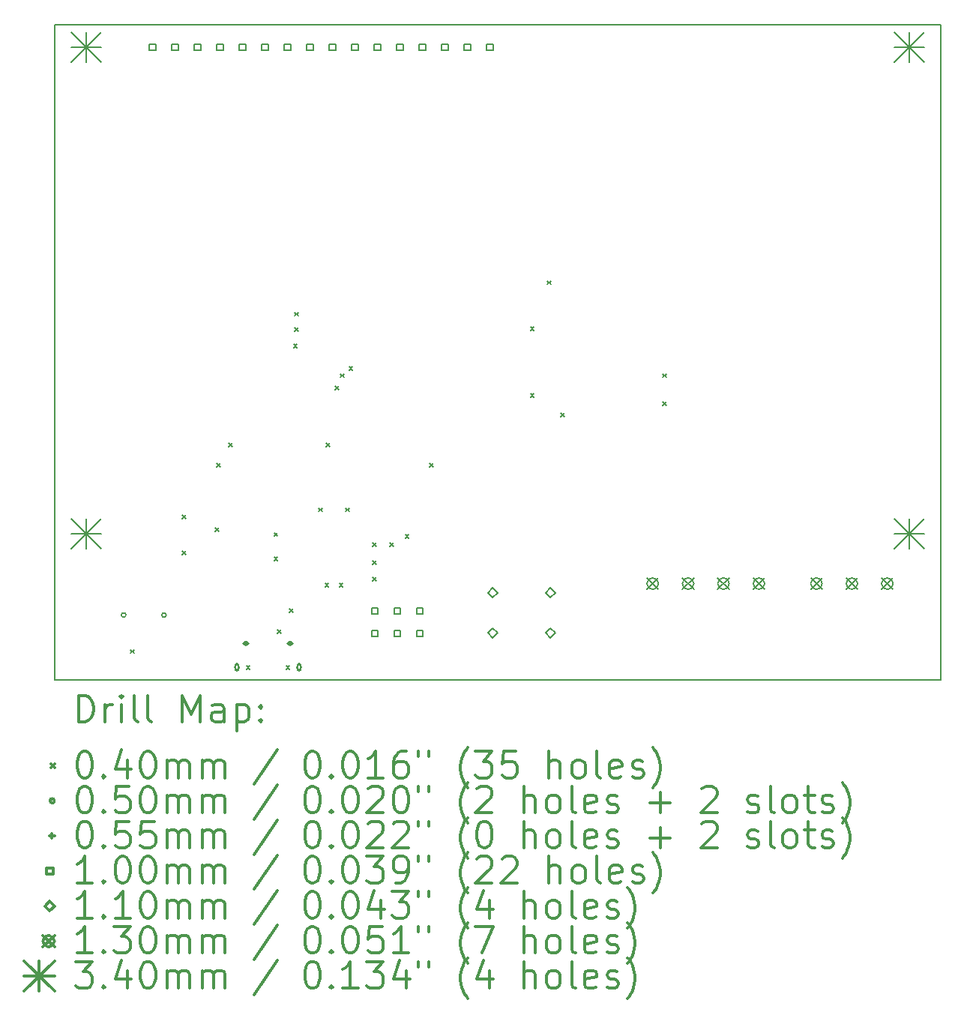
<source format=gbr>
%FSLAX45Y45*%
G04 Gerber Fmt 4.5, Leading zero omitted, Abs format (unit mm)*
G04 Created by KiCad (PCBNEW 4.0.7-e2-6376~58~ubuntu16.04.1) date Wed Jan 10 16:59:52 2018*
%MOMM*%
%LPD*%
G01*
G04 APERTURE LIST*
%ADD10C,0.127000*%
%ADD11C,0.150000*%
%ADD12C,0.200000*%
%ADD13C,0.300000*%
G04 APERTURE END LIST*
D10*
D11*
X7900000Y-8700000D02*
X17900000Y-8700000D01*
X7900000Y-16100000D02*
X7900000Y-8700000D01*
X17900000Y-16100000D02*
X7900000Y-16100000D01*
X17900000Y-8700000D02*
X17900000Y-16100000D01*
D12*
X8750000Y-15755000D02*
X8790000Y-15795000D01*
X8790000Y-15755000D02*
X8750000Y-15795000D01*
X9335000Y-14235000D02*
X9375000Y-14275000D01*
X9375000Y-14235000D02*
X9335000Y-14275000D01*
X9335000Y-14645000D02*
X9375000Y-14685000D01*
X9375000Y-14645000D02*
X9335000Y-14685000D01*
X9710000Y-14380000D02*
X9750000Y-14420000D01*
X9750000Y-14380000D02*
X9710000Y-14420000D01*
X9725000Y-13650000D02*
X9765000Y-13690000D01*
X9765000Y-13650000D02*
X9725000Y-13690000D01*
X9860000Y-13425000D02*
X9900000Y-13465000D01*
X9900000Y-13425000D02*
X9860000Y-13465000D01*
X10060000Y-15935000D02*
X10100000Y-15975000D01*
X10100000Y-15935000D02*
X10060000Y-15975000D01*
X10375000Y-14435000D02*
X10415000Y-14475000D01*
X10415000Y-14435000D02*
X10375000Y-14475000D01*
X10375000Y-14710000D02*
X10415000Y-14750000D01*
X10415000Y-14710000D02*
X10375000Y-14750000D01*
X10415000Y-15530000D02*
X10455000Y-15570000D01*
X10455000Y-15530000D02*
X10415000Y-15570000D01*
X10510000Y-15935000D02*
X10550000Y-15975000D01*
X10550000Y-15935000D02*
X10510000Y-15975000D01*
X10550000Y-15295000D02*
X10590000Y-15335000D01*
X10590000Y-15295000D02*
X10550000Y-15335000D01*
X10595000Y-12305000D02*
X10635000Y-12345000D01*
X10635000Y-12305000D02*
X10595000Y-12345000D01*
X10605000Y-11945000D02*
X10645000Y-11985000D01*
X10645000Y-11945000D02*
X10605000Y-11985000D01*
X10605000Y-12120000D02*
X10645000Y-12160000D01*
X10645000Y-12120000D02*
X10605000Y-12160000D01*
X10880000Y-14155000D02*
X10920000Y-14195000D01*
X10920000Y-14155000D02*
X10880000Y-14195000D01*
X10950000Y-15005000D02*
X10990000Y-15045000D01*
X10990000Y-15005000D02*
X10950000Y-15045000D01*
X10960000Y-13425000D02*
X11000000Y-13465000D01*
X11000000Y-13425000D02*
X10960000Y-13465000D01*
X11065000Y-12780000D02*
X11105000Y-12820000D01*
X11105000Y-12780000D02*
X11065000Y-12820000D01*
X11110000Y-15005000D02*
X11150000Y-15045000D01*
X11150000Y-15005000D02*
X11110000Y-15045000D01*
X11125000Y-12640000D02*
X11165000Y-12680000D01*
X11165000Y-12640000D02*
X11125000Y-12680000D01*
X11180000Y-14155000D02*
X11220000Y-14195000D01*
X11220000Y-14155000D02*
X11180000Y-14195000D01*
X11220000Y-12560000D02*
X11260000Y-12600000D01*
X11260000Y-12560000D02*
X11220000Y-12600000D01*
X11490000Y-14550000D02*
X11530000Y-14590000D01*
X11530000Y-14550000D02*
X11490000Y-14590000D01*
X11490000Y-14750000D02*
X11530000Y-14790000D01*
X11530000Y-14750000D02*
X11490000Y-14790000D01*
X11490000Y-14940000D02*
X11530000Y-14980000D01*
X11530000Y-14940000D02*
X11490000Y-14980000D01*
X11685000Y-14550000D02*
X11725000Y-14590000D01*
X11725000Y-14550000D02*
X11685000Y-14590000D01*
X11855000Y-14455000D02*
X11895000Y-14495000D01*
X11895000Y-14455000D02*
X11855000Y-14495000D01*
X12130000Y-13655000D02*
X12170000Y-13695000D01*
X12170000Y-13655000D02*
X12130000Y-13695000D01*
X13270000Y-12110000D02*
X13310000Y-12150000D01*
X13310000Y-12110000D02*
X13270000Y-12150000D01*
X13270000Y-12865000D02*
X13310000Y-12905000D01*
X13310000Y-12865000D02*
X13270000Y-12905000D01*
X13460000Y-11590000D02*
X13500000Y-11630000D01*
X13500000Y-11590000D02*
X13460000Y-11630000D01*
X13615000Y-13085000D02*
X13655000Y-13125000D01*
X13655000Y-13085000D02*
X13615000Y-13125000D01*
X14765000Y-12640000D02*
X14805000Y-12680000D01*
X14805000Y-12640000D02*
X14765000Y-12680000D01*
X14765000Y-12960000D02*
X14805000Y-13000000D01*
X14805000Y-12960000D02*
X14765000Y-13000000D01*
X8700000Y-15365000D02*
G75*
G03X8700000Y-15365000I-25000J0D01*
G01*
X9155000Y-15365000D02*
G75*
G03X9155000Y-15365000I-25000J0D01*
G01*
X9980000Y-15955000D02*
G75*
G03X9980000Y-15955000I-25000J0D01*
G01*
X9940000Y-15922500D02*
X9940000Y-15987500D01*
X9970000Y-15922500D02*
X9970000Y-15987500D01*
X9940000Y-15987500D02*
G75*
G03X9970000Y-15987500I15000J0D01*
G01*
X9970000Y-15922500D02*
G75*
G03X9940000Y-15922500I-15000J0D01*
G01*
X10680000Y-15955000D02*
G75*
G03X10680000Y-15955000I-25000J0D01*
G01*
X10640000Y-15922500D02*
X10640000Y-15987500D01*
X10670000Y-15922500D02*
X10670000Y-15987500D01*
X10640000Y-15987500D02*
G75*
G03X10670000Y-15987500I15000J0D01*
G01*
X10670000Y-15922500D02*
G75*
G03X10640000Y-15922500I-15000J0D01*
G01*
X10055000Y-15657500D02*
X10055000Y-15712500D01*
X10027500Y-15685000D02*
X10082500Y-15685000D01*
X10040000Y-15702500D02*
X10070000Y-15702500D01*
X10040000Y-15667500D02*
X10070000Y-15667500D01*
X10070000Y-15702500D02*
G75*
G03X10070000Y-15667500I0J17500D01*
G01*
X10040000Y-15667500D02*
G75*
G03X10040000Y-15702500I0J-17500D01*
G01*
X10555000Y-15657500D02*
X10555000Y-15712500D01*
X10527500Y-15685000D02*
X10582500Y-15685000D01*
X10540000Y-15702500D02*
X10570000Y-15702500D01*
X10540000Y-15667500D02*
X10570000Y-15667500D01*
X10570000Y-15702500D02*
G75*
G03X10570000Y-15667500I0J17500D01*
G01*
X10540000Y-15667500D02*
G75*
G03X10540000Y-15702500I0J-17500D01*
G01*
X9035356Y-8989356D02*
X9035356Y-8918644D01*
X8964644Y-8918644D01*
X8964644Y-8989356D01*
X9035356Y-8989356D01*
X9289356Y-8989356D02*
X9289356Y-8918644D01*
X9218644Y-8918644D01*
X9218644Y-8989356D01*
X9289356Y-8989356D01*
X9543356Y-8989356D02*
X9543356Y-8918644D01*
X9472644Y-8918644D01*
X9472644Y-8989356D01*
X9543356Y-8989356D01*
X9797356Y-8989356D02*
X9797356Y-8918644D01*
X9726644Y-8918644D01*
X9726644Y-8989356D01*
X9797356Y-8989356D01*
X10051356Y-8989356D02*
X10051356Y-8918644D01*
X9980644Y-8918644D01*
X9980644Y-8989356D01*
X10051356Y-8989356D01*
X10305356Y-8989356D02*
X10305356Y-8918644D01*
X10234644Y-8918644D01*
X10234644Y-8989356D01*
X10305356Y-8989356D01*
X10559356Y-8989356D02*
X10559356Y-8918644D01*
X10488644Y-8918644D01*
X10488644Y-8989356D01*
X10559356Y-8989356D01*
X10813356Y-8989356D02*
X10813356Y-8918644D01*
X10742644Y-8918644D01*
X10742644Y-8989356D01*
X10813356Y-8989356D01*
X11067356Y-8989356D02*
X11067356Y-8918644D01*
X10996644Y-8918644D01*
X10996644Y-8989356D01*
X11067356Y-8989356D01*
X11321356Y-8989356D02*
X11321356Y-8918644D01*
X11250644Y-8918644D01*
X11250644Y-8989356D01*
X11321356Y-8989356D01*
X11547356Y-15355356D02*
X11547356Y-15284644D01*
X11476644Y-15284644D01*
X11476644Y-15355356D01*
X11547356Y-15355356D01*
X11547356Y-15609356D02*
X11547356Y-15538644D01*
X11476644Y-15538644D01*
X11476644Y-15609356D01*
X11547356Y-15609356D01*
X11575356Y-8989356D02*
X11575356Y-8918644D01*
X11504644Y-8918644D01*
X11504644Y-8989356D01*
X11575356Y-8989356D01*
X11801356Y-15355356D02*
X11801356Y-15284644D01*
X11730644Y-15284644D01*
X11730644Y-15355356D01*
X11801356Y-15355356D01*
X11801356Y-15609356D02*
X11801356Y-15538644D01*
X11730644Y-15538644D01*
X11730644Y-15609356D01*
X11801356Y-15609356D01*
X11829356Y-8989356D02*
X11829356Y-8918644D01*
X11758644Y-8918644D01*
X11758644Y-8989356D01*
X11829356Y-8989356D01*
X12055356Y-15355356D02*
X12055356Y-15284644D01*
X11984644Y-15284644D01*
X11984644Y-15355356D01*
X12055356Y-15355356D01*
X12055356Y-15609356D02*
X12055356Y-15538644D01*
X11984644Y-15538644D01*
X11984644Y-15609356D01*
X12055356Y-15609356D01*
X12083356Y-8989356D02*
X12083356Y-8918644D01*
X12012644Y-8918644D01*
X12012644Y-8989356D01*
X12083356Y-8989356D01*
X12337356Y-8989356D02*
X12337356Y-8918644D01*
X12266644Y-8918644D01*
X12266644Y-8989356D01*
X12337356Y-8989356D01*
X12591356Y-8989356D02*
X12591356Y-8918644D01*
X12520644Y-8918644D01*
X12520644Y-8989356D01*
X12591356Y-8989356D01*
X12845356Y-8989356D02*
X12845356Y-8918644D01*
X12774644Y-8918644D01*
X12774644Y-8989356D01*
X12845356Y-8989356D01*
X12845000Y-15170000D02*
X12900000Y-15115000D01*
X12845000Y-15060000D01*
X12790000Y-15115000D01*
X12845000Y-15170000D01*
X12845000Y-15620000D02*
X12900000Y-15565000D01*
X12845000Y-15510000D01*
X12790000Y-15565000D01*
X12845000Y-15620000D01*
X13495000Y-15170000D02*
X13550000Y-15115000D01*
X13495000Y-15060000D01*
X13440000Y-15115000D01*
X13495000Y-15170000D01*
X13495000Y-15620000D02*
X13550000Y-15565000D01*
X13495000Y-15510000D01*
X13440000Y-15565000D01*
X13495000Y-15620000D01*
X14585000Y-14945000D02*
X14715000Y-15075000D01*
X14715000Y-14945000D02*
X14585000Y-15075000D01*
X14715000Y-15010000D02*
G75*
G03X14715000Y-15010000I-65000J0D01*
G01*
X14985000Y-14945000D02*
X15115000Y-15075000D01*
X15115000Y-14945000D02*
X14985000Y-15075000D01*
X15115000Y-15010000D02*
G75*
G03X15115000Y-15010000I-65000J0D01*
G01*
X15385000Y-14945000D02*
X15515000Y-15075000D01*
X15515000Y-14945000D02*
X15385000Y-15075000D01*
X15515000Y-15010000D02*
G75*
G03X15515000Y-15010000I-65000J0D01*
G01*
X15785000Y-14945000D02*
X15915000Y-15075000D01*
X15915000Y-14945000D02*
X15785000Y-15075000D01*
X15915000Y-15010000D02*
G75*
G03X15915000Y-15010000I-65000J0D01*
G01*
X16435000Y-14945000D02*
X16565000Y-15075000D01*
X16565000Y-14945000D02*
X16435000Y-15075000D01*
X16565000Y-15010000D02*
G75*
G03X16565000Y-15010000I-65000J0D01*
G01*
X16835000Y-14945000D02*
X16965000Y-15075000D01*
X16965000Y-14945000D02*
X16835000Y-15075000D01*
X16965000Y-15010000D02*
G75*
G03X16965000Y-15010000I-65000J0D01*
G01*
X17235000Y-14945000D02*
X17365000Y-15075000D01*
X17365000Y-14945000D02*
X17235000Y-15075000D01*
X17365000Y-15010000D02*
G75*
G03X17365000Y-15010000I-65000J0D01*
G01*
X8080000Y-8780000D02*
X8420000Y-9120000D01*
X8420000Y-8780000D02*
X8080000Y-9120000D01*
X8250000Y-8780000D02*
X8250000Y-9120000D01*
X8080000Y-8950000D02*
X8420000Y-8950000D01*
X8080000Y-14280000D02*
X8420000Y-14620000D01*
X8420000Y-14280000D02*
X8080000Y-14620000D01*
X8250000Y-14280000D02*
X8250000Y-14620000D01*
X8080000Y-14450000D02*
X8420000Y-14450000D01*
X17380000Y-8780000D02*
X17720000Y-9120000D01*
X17720000Y-8780000D02*
X17380000Y-9120000D01*
X17550000Y-8780000D02*
X17550000Y-9120000D01*
X17380000Y-8950000D02*
X17720000Y-8950000D01*
X17380000Y-14280000D02*
X17720000Y-14620000D01*
X17720000Y-14280000D02*
X17380000Y-14620000D01*
X17550000Y-14280000D02*
X17550000Y-14620000D01*
X17380000Y-14450000D02*
X17720000Y-14450000D01*
D13*
X8163928Y-16573214D02*
X8163928Y-16273214D01*
X8235357Y-16273214D01*
X8278214Y-16287500D01*
X8306786Y-16316071D01*
X8321071Y-16344643D01*
X8335357Y-16401786D01*
X8335357Y-16444643D01*
X8321071Y-16501786D01*
X8306786Y-16530357D01*
X8278214Y-16558929D01*
X8235357Y-16573214D01*
X8163928Y-16573214D01*
X8463929Y-16573214D02*
X8463929Y-16373214D01*
X8463929Y-16430357D02*
X8478214Y-16401786D01*
X8492500Y-16387500D01*
X8521071Y-16373214D01*
X8549643Y-16373214D01*
X8649643Y-16573214D02*
X8649643Y-16373214D01*
X8649643Y-16273214D02*
X8635357Y-16287500D01*
X8649643Y-16301786D01*
X8663929Y-16287500D01*
X8649643Y-16273214D01*
X8649643Y-16301786D01*
X8835357Y-16573214D02*
X8806786Y-16558929D01*
X8792500Y-16530357D01*
X8792500Y-16273214D01*
X8992500Y-16573214D02*
X8963929Y-16558929D01*
X8949643Y-16530357D01*
X8949643Y-16273214D01*
X9335357Y-16573214D02*
X9335357Y-16273214D01*
X9435357Y-16487500D01*
X9535357Y-16273214D01*
X9535357Y-16573214D01*
X9806786Y-16573214D02*
X9806786Y-16416071D01*
X9792500Y-16387500D01*
X9763929Y-16373214D01*
X9706786Y-16373214D01*
X9678214Y-16387500D01*
X9806786Y-16558929D02*
X9778214Y-16573214D01*
X9706786Y-16573214D01*
X9678214Y-16558929D01*
X9663929Y-16530357D01*
X9663929Y-16501786D01*
X9678214Y-16473214D01*
X9706786Y-16458929D01*
X9778214Y-16458929D01*
X9806786Y-16444643D01*
X9949643Y-16373214D02*
X9949643Y-16673214D01*
X9949643Y-16387500D02*
X9978214Y-16373214D01*
X10035357Y-16373214D01*
X10063929Y-16387500D01*
X10078214Y-16401786D01*
X10092500Y-16430357D01*
X10092500Y-16516071D01*
X10078214Y-16544643D01*
X10063929Y-16558929D01*
X10035357Y-16573214D01*
X9978214Y-16573214D01*
X9949643Y-16558929D01*
X10221071Y-16544643D02*
X10235357Y-16558929D01*
X10221071Y-16573214D01*
X10206786Y-16558929D01*
X10221071Y-16544643D01*
X10221071Y-16573214D01*
X10221071Y-16387500D02*
X10235357Y-16401786D01*
X10221071Y-16416071D01*
X10206786Y-16401786D01*
X10221071Y-16387500D01*
X10221071Y-16416071D01*
X7852500Y-17047500D02*
X7892500Y-17087500D01*
X7892500Y-17047500D02*
X7852500Y-17087500D01*
X8221071Y-16903214D02*
X8249643Y-16903214D01*
X8278214Y-16917500D01*
X8292500Y-16931786D01*
X8306786Y-16960357D01*
X8321071Y-17017500D01*
X8321071Y-17088929D01*
X8306786Y-17146072D01*
X8292500Y-17174643D01*
X8278214Y-17188929D01*
X8249643Y-17203214D01*
X8221071Y-17203214D01*
X8192500Y-17188929D01*
X8178214Y-17174643D01*
X8163928Y-17146072D01*
X8149643Y-17088929D01*
X8149643Y-17017500D01*
X8163928Y-16960357D01*
X8178214Y-16931786D01*
X8192500Y-16917500D01*
X8221071Y-16903214D01*
X8449643Y-17174643D02*
X8463929Y-17188929D01*
X8449643Y-17203214D01*
X8435357Y-17188929D01*
X8449643Y-17174643D01*
X8449643Y-17203214D01*
X8721071Y-17003214D02*
X8721071Y-17203214D01*
X8649643Y-16888929D02*
X8578214Y-17103214D01*
X8763928Y-17103214D01*
X8935357Y-16903214D02*
X8963929Y-16903214D01*
X8992500Y-16917500D01*
X9006786Y-16931786D01*
X9021071Y-16960357D01*
X9035357Y-17017500D01*
X9035357Y-17088929D01*
X9021071Y-17146072D01*
X9006786Y-17174643D01*
X8992500Y-17188929D01*
X8963929Y-17203214D01*
X8935357Y-17203214D01*
X8906786Y-17188929D01*
X8892500Y-17174643D01*
X8878214Y-17146072D01*
X8863929Y-17088929D01*
X8863929Y-17017500D01*
X8878214Y-16960357D01*
X8892500Y-16931786D01*
X8906786Y-16917500D01*
X8935357Y-16903214D01*
X9163929Y-17203214D02*
X9163929Y-17003214D01*
X9163929Y-17031786D02*
X9178214Y-17017500D01*
X9206786Y-17003214D01*
X9249643Y-17003214D01*
X9278214Y-17017500D01*
X9292500Y-17046072D01*
X9292500Y-17203214D01*
X9292500Y-17046072D02*
X9306786Y-17017500D01*
X9335357Y-17003214D01*
X9378214Y-17003214D01*
X9406786Y-17017500D01*
X9421071Y-17046072D01*
X9421071Y-17203214D01*
X9563929Y-17203214D02*
X9563929Y-17003214D01*
X9563929Y-17031786D02*
X9578214Y-17017500D01*
X9606786Y-17003214D01*
X9649643Y-17003214D01*
X9678214Y-17017500D01*
X9692500Y-17046072D01*
X9692500Y-17203214D01*
X9692500Y-17046072D02*
X9706786Y-17017500D01*
X9735357Y-17003214D01*
X9778214Y-17003214D01*
X9806786Y-17017500D01*
X9821071Y-17046072D01*
X9821071Y-17203214D01*
X10406786Y-16888929D02*
X10149643Y-17274643D01*
X10792500Y-16903214D02*
X10821071Y-16903214D01*
X10849643Y-16917500D01*
X10863928Y-16931786D01*
X10878214Y-16960357D01*
X10892500Y-17017500D01*
X10892500Y-17088929D01*
X10878214Y-17146072D01*
X10863928Y-17174643D01*
X10849643Y-17188929D01*
X10821071Y-17203214D01*
X10792500Y-17203214D01*
X10763928Y-17188929D01*
X10749643Y-17174643D01*
X10735357Y-17146072D01*
X10721071Y-17088929D01*
X10721071Y-17017500D01*
X10735357Y-16960357D01*
X10749643Y-16931786D01*
X10763928Y-16917500D01*
X10792500Y-16903214D01*
X11021071Y-17174643D02*
X11035357Y-17188929D01*
X11021071Y-17203214D01*
X11006786Y-17188929D01*
X11021071Y-17174643D01*
X11021071Y-17203214D01*
X11221071Y-16903214D02*
X11249643Y-16903214D01*
X11278214Y-16917500D01*
X11292500Y-16931786D01*
X11306785Y-16960357D01*
X11321071Y-17017500D01*
X11321071Y-17088929D01*
X11306785Y-17146072D01*
X11292500Y-17174643D01*
X11278214Y-17188929D01*
X11249643Y-17203214D01*
X11221071Y-17203214D01*
X11192500Y-17188929D01*
X11178214Y-17174643D01*
X11163928Y-17146072D01*
X11149643Y-17088929D01*
X11149643Y-17017500D01*
X11163928Y-16960357D01*
X11178214Y-16931786D01*
X11192500Y-16917500D01*
X11221071Y-16903214D01*
X11606785Y-17203214D02*
X11435357Y-17203214D01*
X11521071Y-17203214D02*
X11521071Y-16903214D01*
X11492500Y-16946072D01*
X11463928Y-16974643D01*
X11435357Y-16988929D01*
X11863928Y-16903214D02*
X11806785Y-16903214D01*
X11778214Y-16917500D01*
X11763928Y-16931786D01*
X11735357Y-16974643D01*
X11721071Y-17031786D01*
X11721071Y-17146072D01*
X11735357Y-17174643D01*
X11749643Y-17188929D01*
X11778214Y-17203214D01*
X11835357Y-17203214D01*
X11863928Y-17188929D01*
X11878214Y-17174643D01*
X11892500Y-17146072D01*
X11892500Y-17074643D01*
X11878214Y-17046072D01*
X11863928Y-17031786D01*
X11835357Y-17017500D01*
X11778214Y-17017500D01*
X11749643Y-17031786D01*
X11735357Y-17046072D01*
X11721071Y-17074643D01*
X12006786Y-16903214D02*
X12006786Y-16960357D01*
X12121071Y-16903214D02*
X12121071Y-16960357D01*
X12563928Y-17317500D02*
X12549643Y-17303214D01*
X12521071Y-17260357D01*
X12506785Y-17231786D01*
X12492500Y-17188929D01*
X12478214Y-17117500D01*
X12478214Y-17060357D01*
X12492500Y-16988929D01*
X12506785Y-16946072D01*
X12521071Y-16917500D01*
X12549643Y-16874643D01*
X12563928Y-16860357D01*
X12649643Y-16903214D02*
X12835357Y-16903214D01*
X12735357Y-17017500D01*
X12778214Y-17017500D01*
X12806785Y-17031786D01*
X12821071Y-17046072D01*
X12835357Y-17074643D01*
X12835357Y-17146072D01*
X12821071Y-17174643D01*
X12806785Y-17188929D01*
X12778214Y-17203214D01*
X12692500Y-17203214D01*
X12663928Y-17188929D01*
X12649643Y-17174643D01*
X13106785Y-16903214D02*
X12963928Y-16903214D01*
X12949643Y-17046072D01*
X12963928Y-17031786D01*
X12992500Y-17017500D01*
X13063928Y-17017500D01*
X13092500Y-17031786D01*
X13106785Y-17046072D01*
X13121071Y-17074643D01*
X13121071Y-17146072D01*
X13106785Y-17174643D01*
X13092500Y-17188929D01*
X13063928Y-17203214D01*
X12992500Y-17203214D01*
X12963928Y-17188929D01*
X12949643Y-17174643D01*
X13478214Y-17203214D02*
X13478214Y-16903214D01*
X13606785Y-17203214D02*
X13606785Y-17046072D01*
X13592500Y-17017500D01*
X13563928Y-17003214D01*
X13521071Y-17003214D01*
X13492500Y-17017500D01*
X13478214Y-17031786D01*
X13792500Y-17203214D02*
X13763928Y-17188929D01*
X13749643Y-17174643D01*
X13735357Y-17146072D01*
X13735357Y-17060357D01*
X13749643Y-17031786D01*
X13763928Y-17017500D01*
X13792500Y-17003214D01*
X13835357Y-17003214D01*
X13863928Y-17017500D01*
X13878214Y-17031786D01*
X13892500Y-17060357D01*
X13892500Y-17146072D01*
X13878214Y-17174643D01*
X13863928Y-17188929D01*
X13835357Y-17203214D01*
X13792500Y-17203214D01*
X14063928Y-17203214D02*
X14035357Y-17188929D01*
X14021071Y-17160357D01*
X14021071Y-16903214D01*
X14292500Y-17188929D02*
X14263928Y-17203214D01*
X14206786Y-17203214D01*
X14178214Y-17188929D01*
X14163928Y-17160357D01*
X14163928Y-17046072D01*
X14178214Y-17017500D01*
X14206786Y-17003214D01*
X14263928Y-17003214D01*
X14292500Y-17017500D01*
X14306786Y-17046072D01*
X14306786Y-17074643D01*
X14163928Y-17103214D01*
X14421071Y-17188929D02*
X14449643Y-17203214D01*
X14506786Y-17203214D01*
X14535357Y-17188929D01*
X14549643Y-17160357D01*
X14549643Y-17146072D01*
X14535357Y-17117500D01*
X14506786Y-17103214D01*
X14463928Y-17103214D01*
X14435357Y-17088929D01*
X14421071Y-17060357D01*
X14421071Y-17046072D01*
X14435357Y-17017500D01*
X14463928Y-17003214D01*
X14506786Y-17003214D01*
X14535357Y-17017500D01*
X14649643Y-17317500D02*
X14663928Y-17303214D01*
X14692500Y-17260357D01*
X14706786Y-17231786D01*
X14721071Y-17188929D01*
X14735357Y-17117500D01*
X14735357Y-17060357D01*
X14721071Y-16988929D01*
X14706786Y-16946072D01*
X14692500Y-16917500D01*
X14663928Y-16874643D01*
X14649643Y-16860357D01*
X7892500Y-17463500D02*
G75*
G03X7892500Y-17463500I-25000J0D01*
G01*
X8221071Y-17299214D02*
X8249643Y-17299214D01*
X8278214Y-17313500D01*
X8292500Y-17327786D01*
X8306786Y-17356357D01*
X8321071Y-17413500D01*
X8321071Y-17484929D01*
X8306786Y-17542072D01*
X8292500Y-17570643D01*
X8278214Y-17584929D01*
X8249643Y-17599214D01*
X8221071Y-17599214D01*
X8192500Y-17584929D01*
X8178214Y-17570643D01*
X8163928Y-17542072D01*
X8149643Y-17484929D01*
X8149643Y-17413500D01*
X8163928Y-17356357D01*
X8178214Y-17327786D01*
X8192500Y-17313500D01*
X8221071Y-17299214D01*
X8449643Y-17570643D02*
X8463929Y-17584929D01*
X8449643Y-17599214D01*
X8435357Y-17584929D01*
X8449643Y-17570643D01*
X8449643Y-17599214D01*
X8735357Y-17299214D02*
X8592500Y-17299214D01*
X8578214Y-17442072D01*
X8592500Y-17427786D01*
X8621071Y-17413500D01*
X8692500Y-17413500D01*
X8721071Y-17427786D01*
X8735357Y-17442072D01*
X8749643Y-17470643D01*
X8749643Y-17542072D01*
X8735357Y-17570643D01*
X8721071Y-17584929D01*
X8692500Y-17599214D01*
X8621071Y-17599214D01*
X8592500Y-17584929D01*
X8578214Y-17570643D01*
X8935357Y-17299214D02*
X8963929Y-17299214D01*
X8992500Y-17313500D01*
X9006786Y-17327786D01*
X9021071Y-17356357D01*
X9035357Y-17413500D01*
X9035357Y-17484929D01*
X9021071Y-17542072D01*
X9006786Y-17570643D01*
X8992500Y-17584929D01*
X8963929Y-17599214D01*
X8935357Y-17599214D01*
X8906786Y-17584929D01*
X8892500Y-17570643D01*
X8878214Y-17542072D01*
X8863929Y-17484929D01*
X8863929Y-17413500D01*
X8878214Y-17356357D01*
X8892500Y-17327786D01*
X8906786Y-17313500D01*
X8935357Y-17299214D01*
X9163929Y-17599214D02*
X9163929Y-17399214D01*
X9163929Y-17427786D02*
X9178214Y-17413500D01*
X9206786Y-17399214D01*
X9249643Y-17399214D01*
X9278214Y-17413500D01*
X9292500Y-17442072D01*
X9292500Y-17599214D01*
X9292500Y-17442072D02*
X9306786Y-17413500D01*
X9335357Y-17399214D01*
X9378214Y-17399214D01*
X9406786Y-17413500D01*
X9421071Y-17442072D01*
X9421071Y-17599214D01*
X9563929Y-17599214D02*
X9563929Y-17399214D01*
X9563929Y-17427786D02*
X9578214Y-17413500D01*
X9606786Y-17399214D01*
X9649643Y-17399214D01*
X9678214Y-17413500D01*
X9692500Y-17442072D01*
X9692500Y-17599214D01*
X9692500Y-17442072D02*
X9706786Y-17413500D01*
X9735357Y-17399214D01*
X9778214Y-17399214D01*
X9806786Y-17413500D01*
X9821071Y-17442072D01*
X9821071Y-17599214D01*
X10406786Y-17284929D02*
X10149643Y-17670643D01*
X10792500Y-17299214D02*
X10821071Y-17299214D01*
X10849643Y-17313500D01*
X10863928Y-17327786D01*
X10878214Y-17356357D01*
X10892500Y-17413500D01*
X10892500Y-17484929D01*
X10878214Y-17542072D01*
X10863928Y-17570643D01*
X10849643Y-17584929D01*
X10821071Y-17599214D01*
X10792500Y-17599214D01*
X10763928Y-17584929D01*
X10749643Y-17570643D01*
X10735357Y-17542072D01*
X10721071Y-17484929D01*
X10721071Y-17413500D01*
X10735357Y-17356357D01*
X10749643Y-17327786D01*
X10763928Y-17313500D01*
X10792500Y-17299214D01*
X11021071Y-17570643D02*
X11035357Y-17584929D01*
X11021071Y-17599214D01*
X11006786Y-17584929D01*
X11021071Y-17570643D01*
X11021071Y-17599214D01*
X11221071Y-17299214D02*
X11249643Y-17299214D01*
X11278214Y-17313500D01*
X11292500Y-17327786D01*
X11306785Y-17356357D01*
X11321071Y-17413500D01*
X11321071Y-17484929D01*
X11306785Y-17542072D01*
X11292500Y-17570643D01*
X11278214Y-17584929D01*
X11249643Y-17599214D01*
X11221071Y-17599214D01*
X11192500Y-17584929D01*
X11178214Y-17570643D01*
X11163928Y-17542072D01*
X11149643Y-17484929D01*
X11149643Y-17413500D01*
X11163928Y-17356357D01*
X11178214Y-17327786D01*
X11192500Y-17313500D01*
X11221071Y-17299214D01*
X11435357Y-17327786D02*
X11449643Y-17313500D01*
X11478214Y-17299214D01*
X11549643Y-17299214D01*
X11578214Y-17313500D01*
X11592500Y-17327786D01*
X11606785Y-17356357D01*
X11606785Y-17384929D01*
X11592500Y-17427786D01*
X11421071Y-17599214D01*
X11606785Y-17599214D01*
X11792500Y-17299214D02*
X11821071Y-17299214D01*
X11849643Y-17313500D01*
X11863928Y-17327786D01*
X11878214Y-17356357D01*
X11892500Y-17413500D01*
X11892500Y-17484929D01*
X11878214Y-17542072D01*
X11863928Y-17570643D01*
X11849643Y-17584929D01*
X11821071Y-17599214D01*
X11792500Y-17599214D01*
X11763928Y-17584929D01*
X11749643Y-17570643D01*
X11735357Y-17542072D01*
X11721071Y-17484929D01*
X11721071Y-17413500D01*
X11735357Y-17356357D01*
X11749643Y-17327786D01*
X11763928Y-17313500D01*
X11792500Y-17299214D01*
X12006786Y-17299214D02*
X12006786Y-17356357D01*
X12121071Y-17299214D02*
X12121071Y-17356357D01*
X12563928Y-17713500D02*
X12549643Y-17699214D01*
X12521071Y-17656357D01*
X12506785Y-17627786D01*
X12492500Y-17584929D01*
X12478214Y-17513500D01*
X12478214Y-17456357D01*
X12492500Y-17384929D01*
X12506785Y-17342072D01*
X12521071Y-17313500D01*
X12549643Y-17270643D01*
X12563928Y-17256357D01*
X12663928Y-17327786D02*
X12678214Y-17313500D01*
X12706785Y-17299214D01*
X12778214Y-17299214D01*
X12806785Y-17313500D01*
X12821071Y-17327786D01*
X12835357Y-17356357D01*
X12835357Y-17384929D01*
X12821071Y-17427786D01*
X12649643Y-17599214D01*
X12835357Y-17599214D01*
X13192500Y-17599214D02*
X13192500Y-17299214D01*
X13321071Y-17599214D02*
X13321071Y-17442072D01*
X13306785Y-17413500D01*
X13278214Y-17399214D01*
X13235357Y-17399214D01*
X13206785Y-17413500D01*
X13192500Y-17427786D01*
X13506785Y-17599214D02*
X13478214Y-17584929D01*
X13463928Y-17570643D01*
X13449643Y-17542072D01*
X13449643Y-17456357D01*
X13463928Y-17427786D01*
X13478214Y-17413500D01*
X13506785Y-17399214D01*
X13549643Y-17399214D01*
X13578214Y-17413500D01*
X13592500Y-17427786D01*
X13606785Y-17456357D01*
X13606785Y-17542072D01*
X13592500Y-17570643D01*
X13578214Y-17584929D01*
X13549643Y-17599214D01*
X13506785Y-17599214D01*
X13778214Y-17599214D02*
X13749643Y-17584929D01*
X13735357Y-17556357D01*
X13735357Y-17299214D01*
X14006786Y-17584929D02*
X13978214Y-17599214D01*
X13921071Y-17599214D01*
X13892500Y-17584929D01*
X13878214Y-17556357D01*
X13878214Y-17442072D01*
X13892500Y-17413500D01*
X13921071Y-17399214D01*
X13978214Y-17399214D01*
X14006786Y-17413500D01*
X14021071Y-17442072D01*
X14021071Y-17470643D01*
X13878214Y-17499214D01*
X14135357Y-17584929D02*
X14163928Y-17599214D01*
X14221071Y-17599214D01*
X14249643Y-17584929D01*
X14263928Y-17556357D01*
X14263928Y-17542072D01*
X14249643Y-17513500D01*
X14221071Y-17499214D01*
X14178214Y-17499214D01*
X14149643Y-17484929D01*
X14135357Y-17456357D01*
X14135357Y-17442072D01*
X14149643Y-17413500D01*
X14178214Y-17399214D01*
X14221071Y-17399214D01*
X14249643Y-17413500D01*
X14621071Y-17484929D02*
X14849643Y-17484929D01*
X14735357Y-17599214D02*
X14735357Y-17370643D01*
X15206786Y-17327786D02*
X15221071Y-17313500D01*
X15249643Y-17299214D01*
X15321071Y-17299214D01*
X15349643Y-17313500D01*
X15363928Y-17327786D01*
X15378214Y-17356357D01*
X15378214Y-17384929D01*
X15363928Y-17427786D01*
X15192500Y-17599214D01*
X15378214Y-17599214D01*
X15721071Y-17584929D02*
X15749643Y-17599214D01*
X15806785Y-17599214D01*
X15835357Y-17584929D01*
X15849643Y-17556357D01*
X15849643Y-17542072D01*
X15835357Y-17513500D01*
X15806785Y-17499214D01*
X15763928Y-17499214D01*
X15735357Y-17484929D01*
X15721071Y-17456357D01*
X15721071Y-17442072D01*
X15735357Y-17413500D01*
X15763928Y-17399214D01*
X15806785Y-17399214D01*
X15835357Y-17413500D01*
X16021071Y-17599214D02*
X15992500Y-17584929D01*
X15978214Y-17556357D01*
X15978214Y-17299214D01*
X16178214Y-17599214D02*
X16149643Y-17584929D01*
X16135357Y-17570643D01*
X16121071Y-17542072D01*
X16121071Y-17456357D01*
X16135357Y-17427786D01*
X16149643Y-17413500D01*
X16178214Y-17399214D01*
X16221071Y-17399214D01*
X16249643Y-17413500D01*
X16263928Y-17427786D01*
X16278214Y-17456357D01*
X16278214Y-17542072D01*
X16263928Y-17570643D01*
X16249643Y-17584929D01*
X16221071Y-17599214D01*
X16178214Y-17599214D01*
X16363928Y-17399214D02*
X16478214Y-17399214D01*
X16406786Y-17299214D02*
X16406786Y-17556357D01*
X16421071Y-17584929D01*
X16449643Y-17599214D01*
X16478214Y-17599214D01*
X16563928Y-17584929D02*
X16592500Y-17599214D01*
X16649643Y-17599214D01*
X16678214Y-17584929D01*
X16692500Y-17556357D01*
X16692500Y-17542072D01*
X16678214Y-17513500D01*
X16649643Y-17499214D01*
X16606786Y-17499214D01*
X16578214Y-17484929D01*
X16563928Y-17456357D01*
X16563928Y-17442072D01*
X16578214Y-17413500D01*
X16606786Y-17399214D01*
X16649643Y-17399214D01*
X16678214Y-17413500D01*
X16792500Y-17713500D02*
X16806786Y-17699214D01*
X16835357Y-17656357D01*
X16849643Y-17627786D01*
X16863928Y-17584929D01*
X16878214Y-17513500D01*
X16878214Y-17456357D01*
X16863928Y-17384929D01*
X16849643Y-17342072D01*
X16835357Y-17313500D01*
X16806786Y-17270643D01*
X16792500Y-17256357D01*
X7865000Y-17832000D02*
X7865000Y-17887000D01*
X7837500Y-17859500D02*
X7892500Y-17859500D01*
X8221071Y-17695214D02*
X8249643Y-17695214D01*
X8278214Y-17709500D01*
X8292500Y-17723786D01*
X8306786Y-17752357D01*
X8321071Y-17809500D01*
X8321071Y-17880929D01*
X8306786Y-17938072D01*
X8292500Y-17966643D01*
X8278214Y-17980929D01*
X8249643Y-17995214D01*
X8221071Y-17995214D01*
X8192500Y-17980929D01*
X8178214Y-17966643D01*
X8163928Y-17938072D01*
X8149643Y-17880929D01*
X8149643Y-17809500D01*
X8163928Y-17752357D01*
X8178214Y-17723786D01*
X8192500Y-17709500D01*
X8221071Y-17695214D01*
X8449643Y-17966643D02*
X8463929Y-17980929D01*
X8449643Y-17995214D01*
X8435357Y-17980929D01*
X8449643Y-17966643D01*
X8449643Y-17995214D01*
X8735357Y-17695214D02*
X8592500Y-17695214D01*
X8578214Y-17838072D01*
X8592500Y-17823786D01*
X8621071Y-17809500D01*
X8692500Y-17809500D01*
X8721071Y-17823786D01*
X8735357Y-17838072D01*
X8749643Y-17866643D01*
X8749643Y-17938072D01*
X8735357Y-17966643D01*
X8721071Y-17980929D01*
X8692500Y-17995214D01*
X8621071Y-17995214D01*
X8592500Y-17980929D01*
X8578214Y-17966643D01*
X9021071Y-17695214D02*
X8878214Y-17695214D01*
X8863929Y-17838072D01*
X8878214Y-17823786D01*
X8906786Y-17809500D01*
X8978214Y-17809500D01*
X9006786Y-17823786D01*
X9021071Y-17838072D01*
X9035357Y-17866643D01*
X9035357Y-17938072D01*
X9021071Y-17966643D01*
X9006786Y-17980929D01*
X8978214Y-17995214D01*
X8906786Y-17995214D01*
X8878214Y-17980929D01*
X8863929Y-17966643D01*
X9163929Y-17995214D02*
X9163929Y-17795214D01*
X9163929Y-17823786D02*
X9178214Y-17809500D01*
X9206786Y-17795214D01*
X9249643Y-17795214D01*
X9278214Y-17809500D01*
X9292500Y-17838072D01*
X9292500Y-17995214D01*
X9292500Y-17838072D02*
X9306786Y-17809500D01*
X9335357Y-17795214D01*
X9378214Y-17795214D01*
X9406786Y-17809500D01*
X9421071Y-17838072D01*
X9421071Y-17995214D01*
X9563929Y-17995214D02*
X9563929Y-17795214D01*
X9563929Y-17823786D02*
X9578214Y-17809500D01*
X9606786Y-17795214D01*
X9649643Y-17795214D01*
X9678214Y-17809500D01*
X9692500Y-17838072D01*
X9692500Y-17995214D01*
X9692500Y-17838072D02*
X9706786Y-17809500D01*
X9735357Y-17795214D01*
X9778214Y-17795214D01*
X9806786Y-17809500D01*
X9821071Y-17838072D01*
X9821071Y-17995214D01*
X10406786Y-17680929D02*
X10149643Y-18066643D01*
X10792500Y-17695214D02*
X10821071Y-17695214D01*
X10849643Y-17709500D01*
X10863928Y-17723786D01*
X10878214Y-17752357D01*
X10892500Y-17809500D01*
X10892500Y-17880929D01*
X10878214Y-17938072D01*
X10863928Y-17966643D01*
X10849643Y-17980929D01*
X10821071Y-17995214D01*
X10792500Y-17995214D01*
X10763928Y-17980929D01*
X10749643Y-17966643D01*
X10735357Y-17938072D01*
X10721071Y-17880929D01*
X10721071Y-17809500D01*
X10735357Y-17752357D01*
X10749643Y-17723786D01*
X10763928Y-17709500D01*
X10792500Y-17695214D01*
X11021071Y-17966643D02*
X11035357Y-17980929D01*
X11021071Y-17995214D01*
X11006786Y-17980929D01*
X11021071Y-17966643D01*
X11021071Y-17995214D01*
X11221071Y-17695214D02*
X11249643Y-17695214D01*
X11278214Y-17709500D01*
X11292500Y-17723786D01*
X11306785Y-17752357D01*
X11321071Y-17809500D01*
X11321071Y-17880929D01*
X11306785Y-17938072D01*
X11292500Y-17966643D01*
X11278214Y-17980929D01*
X11249643Y-17995214D01*
X11221071Y-17995214D01*
X11192500Y-17980929D01*
X11178214Y-17966643D01*
X11163928Y-17938072D01*
X11149643Y-17880929D01*
X11149643Y-17809500D01*
X11163928Y-17752357D01*
X11178214Y-17723786D01*
X11192500Y-17709500D01*
X11221071Y-17695214D01*
X11435357Y-17723786D02*
X11449643Y-17709500D01*
X11478214Y-17695214D01*
X11549643Y-17695214D01*
X11578214Y-17709500D01*
X11592500Y-17723786D01*
X11606785Y-17752357D01*
X11606785Y-17780929D01*
X11592500Y-17823786D01*
X11421071Y-17995214D01*
X11606785Y-17995214D01*
X11721071Y-17723786D02*
X11735357Y-17709500D01*
X11763928Y-17695214D01*
X11835357Y-17695214D01*
X11863928Y-17709500D01*
X11878214Y-17723786D01*
X11892500Y-17752357D01*
X11892500Y-17780929D01*
X11878214Y-17823786D01*
X11706785Y-17995214D01*
X11892500Y-17995214D01*
X12006786Y-17695214D02*
X12006786Y-17752357D01*
X12121071Y-17695214D02*
X12121071Y-17752357D01*
X12563928Y-18109500D02*
X12549643Y-18095214D01*
X12521071Y-18052357D01*
X12506785Y-18023786D01*
X12492500Y-17980929D01*
X12478214Y-17909500D01*
X12478214Y-17852357D01*
X12492500Y-17780929D01*
X12506785Y-17738072D01*
X12521071Y-17709500D01*
X12549643Y-17666643D01*
X12563928Y-17652357D01*
X12735357Y-17695214D02*
X12763928Y-17695214D01*
X12792500Y-17709500D01*
X12806785Y-17723786D01*
X12821071Y-17752357D01*
X12835357Y-17809500D01*
X12835357Y-17880929D01*
X12821071Y-17938072D01*
X12806785Y-17966643D01*
X12792500Y-17980929D01*
X12763928Y-17995214D01*
X12735357Y-17995214D01*
X12706785Y-17980929D01*
X12692500Y-17966643D01*
X12678214Y-17938072D01*
X12663928Y-17880929D01*
X12663928Y-17809500D01*
X12678214Y-17752357D01*
X12692500Y-17723786D01*
X12706785Y-17709500D01*
X12735357Y-17695214D01*
X13192500Y-17995214D02*
X13192500Y-17695214D01*
X13321071Y-17995214D02*
X13321071Y-17838072D01*
X13306785Y-17809500D01*
X13278214Y-17795214D01*
X13235357Y-17795214D01*
X13206785Y-17809500D01*
X13192500Y-17823786D01*
X13506785Y-17995214D02*
X13478214Y-17980929D01*
X13463928Y-17966643D01*
X13449643Y-17938072D01*
X13449643Y-17852357D01*
X13463928Y-17823786D01*
X13478214Y-17809500D01*
X13506785Y-17795214D01*
X13549643Y-17795214D01*
X13578214Y-17809500D01*
X13592500Y-17823786D01*
X13606785Y-17852357D01*
X13606785Y-17938072D01*
X13592500Y-17966643D01*
X13578214Y-17980929D01*
X13549643Y-17995214D01*
X13506785Y-17995214D01*
X13778214Y-17995214D02*
X13749643Y-17980929D01*
X13735357Y-17952357D01*
X13735357Y-17695214D01*
X14006786Y-17980929D02*
X13978214Y-17995214D01*
X13921071Y-17995214D01*
X13892500Y-17980929D01*
X13878214Y-17952357D01*
X13878214Y-17838072D01*
X13892500Y-17809500D01*
X13921071Y-17795214D01*
X13978214Y-17795214D01*
X14006786Y-17809500D01*
X14021071Y-17838072D01*
X14021071Y-17866643D01*
X13878214Y-17895214D01*
X14135357Y-17980929D02*
X14163928Y-17995214D01*
X14221071Y-17995214D01*
X14249643Y-17980929D01*
X14263928Y-17952357D01*
X14263928Y-17938072D01*
X14249643Y-17909500D01*
X14221071Y-17895214D01*
X14178214Y-17895214D01*
X14149643Y-17880929D01*
X14135357Y-17852357D01*
X14135357Y-17838072D01*
X14149643Y-17809500D01*
X14178214Y-17795214D01*
X14221071Y-17795214D01*
X14249643Y-17809500D01*
X14621071Y-17880929D02*
X14849643Y-17880929D01*
X14735357Y-17995214D02*
X14735357Y-17766643D01*
X15206786Y-17723786D02*
X15221071Y-17709500D01*
X15249643Y-17695214D01*
X15321071Y-17695214D01*
X15349643Y-17709500D01*
X15363928Y-17723786D01*
X15378214Y-17752357D01*
X15378214Y-17780929D01*
X15363928Y-17823786D01*
X15192500Y-17995214D01*
X15378214Y-17995214D01*
X15721071Y-17980929D02*
X15749643Y-17995214D01*
X15806785Y-17995214D01*
X15835357Y-17980929D01*
X15849643Y-17952357D01*
X15849643Y-17938072D01*
X15835357Y-17909500D01*
X15806785Y-17895214D01*
X15763928Y-17895214D01*
X15735357Y-17880929D01*
X15721071Y-17852357D01*
X15721071Y-17838072D01*
X15735357Y-17809500D01*
X15763928Y-17795214D01*
X15806785Y-17795214D01*
X15835357Y-17809500D01*
X16021071Y-17995214D02*
X15992500Y-17980929D01*
X15978214Y-17952357D01*
X15978214Y-17695214D01*
X16178214Y-17995214D02*
X16149643Y-17980929D01*
X16135357Y-17966643D01*
X16121071Y-17938072D01*
X16121071Y-17852357D01*
X16135357Y-17823786D01*
X16149643Y-17809500D01*
X16178214Y-17795214D01*
X16221071Y-17795214D01*
X16249643Y-17809500D01*
X16263928Y-17823786D01*
X16278214Y-17852357D01*
X16278214Y-17938072D01*
X16263928Y-17966643D01*
X16249643Y-17980929D01*
X16221071Y-17995214D01*
X16178214Y-17995214D01*
X16363928Y-17795214D02*
X16478214Y-17795214D01*
X16406786Y-17695214D02*
X16406786Y-17952357D01*
X16421071Y-17980929D01*
X16449643Y-17995214D01*
X16478214Y-17995214D01*
X16563928Y-17980929D02*
X16592500Y-17995214D01*
X16649643Y-17995214D01*
X16678214Y-17980929D01*
X16692500Y-17952357D01*
X16692500Y-17938072D01*
X16678214Y-17909500D01*
X16649643Y-17895214D01*
X16606786Y-17895214D01*
X16578214Y-17880929D01*
X16563928Y-17852357D01*
X16563928Y-17838072D01*
X16578214Y-17809500D01*
X16606786Y-17795214D01*
X16649643Y-17795214D01*
X16678214Y-17809500D01*
X16792500Y-18109500D02*
X16806786Y-18095214D01*
X16835357Y-18052357D01*
X16849643Y-18023786D01*
X16863928Y-17980929D01*
X16878214Y-17909500D01*
X16878214Y-17852357D01*
X16863928Y-17780929D01*
X16849643Y-17738072D01*
X16835357Y-17709500D01*
X16806786Y-17666643D01*
X16792500Y-17652357D01*
X7877856Y-18290856D02*
X7877856Y-18220144D01*
X7807144Y-18220144D01*
X7807144Y-18290856D01*
X7877856Y-18290856D01*
X8321071Y-18391214D02*
X8149643Y-18391214D01*
X8235357Y-18391214D02*
X8235357Y-18091214D01*
X8206786Y-18134072D01*
X8178214Y-18162643D01*
X8149643Y-18176929D01*
X8449643Y-18362643D02*
X8463929Y-18376929D01*
X8449643Y-18391214D01*
X8435357Y-18376929D01*
X8449643Y-18362643D01*
X8449643Y-18391214D01*
X8649643Y-18091214D02*
X8678214Y-18091214D01*
X8706786Y-18105500D01*
X8721071Y-18119786D01*
X8735357Y-18148357D01*
X8749643Y-18205500D01*
X8749643Y-18276929D01*
X8735357Y-18334072D01*
X8721071Y-18362643D01*
X8706786Y-18376929D01*
X8678214Y-18391214D01*
X8649643Y-18391214D01*
X8621071Y-18376929D01*
X8606786Y-18362643D01*
X8592500Y-18334072D01*
X8578214Y-18276929D01*
X8578214Y-18205500D01*
X8592500Y-18148357D01*
X8606786Y-18119786D01*
X8621071Y-18105500D01*
X8649643Y-18091214D01*
X8935357Y-18091214D02*
X8963929Y-18091214D01*
X8992500Y-18105500D01*
X9006786Y-18119786D01*
X9021071Y-18148357D01*
X9035357Y-18205500D01*
X9035357Y-18276929D01*
X9021071Y-18334072D01*
X9006786Y-18362643D01*
X8992500Y-18376929D01*
X8963929Y-18391214D01*
X8935357Y-18391214D01*
X8906786Y-18376929D01*
X8892500Y-18362643D01*
X8878214Y-18334072D01*
X8863929Y-18276929D01*
X8863929Y-18205500D01*
X8878214Y-18148357D01*
X8892500Y-18119786D01*
X8906786Y-18105500D01*
X8935357Y-18091214D01*
X9163929Y-18391214D02*
X9163929Y-18191214D01*
X9163929Y-18219786D02*
X9178214Y-18205500D01*
X9206786Y-18191214D01*
X9249643Y-18191214D01*
X9278214Y-18205500D01*
X9292500Y-18234072D01*
X9292500Y-18391214D01*
X9292500Y-18234072D02*
X9306786Y-18205500D01*
X9335357Y-18191214D01*
X9378214Y-18191214D01*
X9406786Y-18205500D01*
X9421071Y-18234072D01*
X9421071Y-18391214D01*
X9563929Y-18391214D02*
X9563929Y-18191214D01*
X9563929Y-18219786D02*
X9578214Y-18205500D01*
X9606786Y-18191214D01*
X9649643Y-18191214D01*
X9678214Y-18205500D01*
X9692500Y-18234072D01*
X9692500Y-18391214D01*
X9692500Y-18234072D02*
X9706786Y-18205500D01*
X9735357Y-18191214D01*
X9778214Y-18191214D01*
X9806786Y-18205500D01*
X9821071Y-18234072D01*
X9821071Y-18391214D01*
X10406786Y-18076929D02*
X10149643Y-18462643D01*
X10792500Y-18091214D02*
X10821071Y-18091214D01*
X10849643Y-18105500D01*
X10863928Y-18119786D01*
X10878214Y-18148357D01*
X10892500Y-18205500D01*
X10892500Y-18276929D01*
X10878214Y-18334072D01*
X10863928Y-18362643D01*
X10849643Y-18376929D01*
X10821071Y-18391214D01*
X10792500Y-18391214D01*
X10763928Y-18376929D01*
X10749643Y-18362643D01*
X10735357Y-18334072D01*
X10721071Y-18276929D01*
X10721071Y-18205500D01*
X10735357Y-18148357D01*
X10749643Y-18119786D01*
X10763928Y-18105500D01*
X10792500Y-18091214D01*
X11021071Y-18362643D02*
X11035357Y-18376929D01*
X11021071Y-18391214D01*
X11006786Y-18376929D01*
X11021071Y-18362643D01*
X11021071Y-18391214D01*
X11221071Y-18091214D02*
X11249643Y-18091214D01*
X11278214Y-18105500D01*
X11292500Y-18119786D01*
X11306785Y-18148357D01*
X11321071Y-18205500D01*
X11321071Y-18276929D01*
X11306785Y-18334072D01*
X11292500Y-18362643D01*
X11278214Y-18376929D01*
X11249643Y-18391214D01*
X11221071Y-18391214D01*
X11192500Y-18376929D01*
X11178214Y-18362643D01*
X11163928Y-18334072D01*
X11149643Y-18276929D01*
X11149643Y-18205500D01*
X11163928Y-18148357D01*
X11178214Y-18119786D01*
X11192500Y-18105500D01*
X11221071Y-18091214D01*
X11421071Y-18091214D02*
X11606785Y-18091214D01*
X11506785Y-18205500D01*
X11549643Y-18205500D01*
X11578214Y-18219786D01*
X11592500Y-18234072D01*
X11606785Y-18262643D01*
X11606785Y-18334072D01*
X11592500Y-18362643D01*
X11578214Y-18376929D01*
X11549643Y-18391214D01*
X11463928Y-18391214D01*
X11435357Y-18376929D01*
X11421071Y-18362643D01*
X11749643Y-18391214D02*
X11806785Y-18391214D01*
X11835357Y-18376929D01*
X11849643Y-18362643D01*
X11878214Y-18319786D01*
X11892500Y-18262643D01*
X11892500Y-18148357D01*
X11878214Y-18119786D01*
X11863928Y-18105500D01*
X11835357Y-18091214D01*
X11778214Y-18091214D01*
X11749643Y-18105500D01*
X11735357Y-18119786D01*
X11721071Y-18148357D01*
X11721071Y-18219786D01*
X11735357Y-18248357D01*
X11749643Y-18262643D01*
X11778214Y-18276929D01*
X11835357Y-18276929D01*
X11863928Y-18262643D01*
X11878214Y-18248357D01*
X11892500Y-18219786D01*
X12006786Y-18091214D02*
X12006786Y-18148357D01*
X12121071Y-18091214D02*
X12121071Y-18148357D01*
X12563928Y-18505500D02*
X12549643Y-18491214D01*
X12521071Y-18448357D01*
X12506785Y-18419786D01*
X12492500Y-18376929D01*
X12478214Y-18305500D01*
X12478214Y-18248357D01*
X12492500Y-18176929D01*
X12506785Y-18134072D01*
X12521071Y-18105500D01*
X12549643Y-18062643D01*
X12563928Y-18048357D01*
X12663928Y-18119786D02*
X12678214Y-18105500D01*
X12706785Y-18091214D01*
X12778214Y-18091214D01*
X12806785Y-18105500D01*
X12821071Y-18119786D01*
X12835357Y-18148357D01*
X12835357Y-18176929D01*
X12821071Y-18219786D01*
X12649643Y-18391214D01*
X12835357Y-18391214D01*
X12949643Y-18119786D02*
X12963928Y-18105500D01*
X12992500Y-18091214D01*
X13063928Y-18091214D01*
X13092500Y-18105500D01*
X13106785Y-18119786D01*
X13121071Y-18148357D01*
X13121071Y-18176929D01*
X13106785Y-18219786D01*
X12935357Y-18391214D01*
X13121071Y-18391214D01*
X13478214Y-18391214D02*
X13478214Y-18091214D01*
X13606785Y-18391214D02*
X13606785Y-18234072D01*
X13592500Y-18205500D01*
X13563928Y-18191214D01*
X13521071Y-18191214D01*
X13492500Y-18205500D01*
X13478214Y-18219786D01*
X13792500Y-18391214D02*
X13763928Y-18376929D01*
X13749643Y-18362643D01*
X13735357Y-18334072D01*
X13735357Y-18248357D01*
X13749643Y-18219786D01*
X13763928Y-18205500D01*
X13792500Y-18191214D01*
X13835357Y-18191214D01*
X13863928Y-18205500D01*
X13878214Y-18219786D01*
X13892500Y-18248357D01*
X13892500Y-18334072D01*
X13878214Y-18362643D01*
X13863928Y-18376929D01*
X13835357Y-18391214D01*
X13792500Y-18391214D01*
X14063928Y-18391214D02*
X14035357Y-18376929D01*
X14021071Y-18348357D01*
X14021071Y-18091214D01*
X14292500Y-18376929D02*
X14263928Y-18391214D01*
X14206786Y-18391214D01*
X14178214Y-18376929D01*
X14163928Y-18348357D01*
X14163928Y-18234072D01*
X14178214Y-18205500D01*
X14206786Y-18191214D01*
X14263928Y-18191214D01*
X14292500Y-18205500D01*
X14306786Y-18234072D01*
X14306786Y-18262643D01*
X14163928Y-18291214D01*
X14421071Y-18376929D02*
X14449643Y-18391214D01*
X14506786Y-18391214D01*
X14535357Y-18376929D01*
X14549643Y-18348357D01*
X14549643Y-18334072D01*
X14535357Y-18305500D01*
X14506786Y-18291214D01*
X14463928Y-18291214D01*
X14435357Y-18276929D01*
X14421071Y-18248357D01*
X14421071Y-18234072D01*
X14435357Y-18205500D01*
X14463928Y-18191214D01*
X14506786Y-18191214D01*
X14535357Y-18205500D01*
X14649643Y-18505500D02*
X14663928Y-18491214D01*
X14692500Y-18448357D01*
X14706786Y-18419786D01*
X14721071Y-18376929D01*
X14735357Y-18305500D01*
X14735357Y-18248357D01*
X14721071Y-18176929D01*
X14706786Y-18134072D01*
X14692500Y-18105500D01*
X14663928Y-18062643D01*
X14649643Y-18048357D01*
X7837500Y-18706500D02*
X7892500Y-18651500D01*
X7837500Y-18596500D01*
X7782500Y-18651500D01*
X7837500Y-18706500D01*
X8321071Y-18787214D02*
X8149643Y-18787214D01*
X8235357Y-18787214D02*
X8235357Y-18487214D01*
X8206786Y-18530072D01*
X8178214Y-18558643D01*
X8149643Y-18572929D01*
X8449643Y-18758643D02*
X8463929Y-18772929D01*
X8449643Y-18787214D01*
X8435357Y-18772929D01*
X8449643Y-18758643D01*
X8449643Y-18787214D01*
X8749643Y-18787214D02*
X8578214Y-18787214D01*
X8663928Y-18787214D02*
X8663928Y-18487214D01*
X8635357Y-18530072D01*
X8606786Y-18558643D01*
X8578214Y-18572929D01*
X8935357Y-18487214D02*
X8963929Y-18487214D01*
X8992500Y-18501500D01*
X9006786Y-18515786D01*
X9021071Y-18544357D01*
X9035357Y-18601500D01*
X9035357Y-18672929D01*
X9021071Y-18730072D01*
X9006786Y-18758643D01*
X8992500Y-18772929D01*
X8963929Y-18787214D01*
X8935357Y-18787214D01*
X8906786Y-18772929D01*
X8892500Y-18758643D01*
X8878214Y-18730072D01*
X8863929Y-18672929D01*
X8863929Y-18601500D01*
X8878214Y-18544357D01*
X8892500Y-18515786D01*
X8906786Y-18501500D01*
X8935357Y-18487214D01*
X9163929Y-18787214D02*
X9163929Y-18587214D01*
X9163929Y-18615786D02*
X9178214Y-18601500D01*
X9206786Y-18587214D01*
X9249643Y-18587214D01*
X9278214Y-18601500D01*
X9292500Y-18630072D01*
X9292500Y-18787214D01*
X9292500Y-18630072D02*
X9306786Y-18601500D01*
X9335357Y-18587214D01*
X9378214Y-18587214D01*
X9406786Y-18601500D01*
X9421071Y-18630072D01*
X9421071Y-18787214D01*
X9563929Y-18787214D02*
X9563929Y-18587214D01*
X9563929Y-18615786D02*
X9578214Y-18601500D01*
X9606786Y-18587214D01*
X9649643Y-18587214D01*
X9678214Y-18601500D01*
X9692500Y-18630072D01*
X9692500Y-18787214D01*
X9692500Y-18630072D02*
X9706786Y-18601500D01*
X9735357Y-18587214D01*
X9778214Y-18587214D01*
X9806786Y-18601500D01*
X9821071Y-18630072D01*
X9821071Y-18787214D01*
X10406786Y-18472929D02*
X10149643Y-18858643D01*
X10792500Y-18487214D02*
X10821071Y-18487214D01*
X10849643Y-18501500D01*
X10863928Y-18515786D01*
X10878214Y-18544357D01*
X10892500Y-18601500D01*
X10892500Y-18672929D01*
X10878214Y-18730072D01*
X10863928Y-18758643D01*
X10849643Y-18772929D01*
X10821071Y-18787214D01*
X10792500Y-18787214D01*
X10763928Y-18772929D01*
X10749643Y-18758643D01*
X10735357Y-18730072D01*
X10721071Y-18672929D01*
X10721071Y-18601500D01*
X10735357Y-18544357D01*
X10749643Y-18515786D01*
X10763928Y-18501500D01*
X10792500Y-18487214D01*
X11021071Y-18758643D02*
X11035357Y-18772929D01*
X11021071Y-18787214D01*
X11006786Y-18772929D01*
X11021071Y-18758643D01*
X11021071Y-18787214D01*
X11221071Y-18487214D02*
X11249643Y-18487214D01*
X11278214Y-18501500D01*
X11292500Y-18515786D01*
X11306785Y-18544357D01*
X11321071Y-18601500D01*
X11321071Y-18672929D01*
X11306785Y-18730072D01*
X11292500Y-18758643D01*
X11278214Y-18772929D01*
X11249643Y-18787214D01*
X11221071Y-18787214D01*
X11192500Y-18772929D01*
X11178214Y-18758643D01*
X11163928Y-18730072D01*
X11149643Y-18672929D01*
X11149643Y-18601500D01*
X11163928Y-18544357D01*
X11178214Y-18515786D01*
X11192500Y-18501500D01*
X11221071Y-18487214D01*
X11578214Y-18587214D02*
X11578214Y-18787214D01*
X11506785Y-18472929D02*
X11435357Y-18687214D01*
X11621071Y-18687214D01*
X11706785Y-18487214D02*
X11892500Y-18487214D01*
X11792500Y-18601500D01*
X11835357Y-18601500D01*
X11863928Y-18615786D01*
X11878214Y-18630072D01*
X11892500Y-18658643D01*
X11892500Y-18730072D01*
X11878214Y-18758643D01*
X11863928Y-18772929D01*
X11835357Y-18787214D01*
X11749643Y-18787214D01*
X11721071Y-18772929D01*
X11706785Y-18758643D01*
X12006786Y-18487214D02*
X12006786Y-18544357D01*
X12121071Y-18487214D02*
X12121071Y-18544357D01*
X12563928Y-18901500D02*
X12549643Y-18887214D01*
X12521071Y-18844357D01*
X12506785Y-18815786D01*
X12492500Y-18772929D01*
X12478214Y-18701500D01*
X12478214Y-18644357D01*
X12492500Y-18572929D01*
X12506785Y-18530072D01*
X12521071Y-18501500D01*
X12549643Y-18458643D01*
X12563928Y-18444357D01*
X12806785Y-18587214D02*
X12806785Y-18787214D01*
X12735357Y-18472929D02*
X12663928Y-18687214D01*
X12849643Y-18687214D01*
X13192500Y-18787214D02*
X13192500Y-18487214D01*
X13321071Y-18787214D02*
X13321071Y-18630072D01*
X13306785Y-18601500D01*
X13278214Y-18587214D01*
X13235357Y-18587214D01*
X13206785Y-18601500D01*
X13192500Y-18615786D01*
X13506785Y-18787214D02*
X13478214Y-18772929D01*
X13463928Y-18758643D01*
X13449643Y-18730072D01*
X13449643Y-18644357D01*
X13463928Y-18615786D01*
X13478214Y-18601500D01*
X13506785Y-18587214D01*
X13549643Y-18587214D01*
X13578214Y-18601500D01*
X13592500Y-18615786D01*
X13606785Y-18644357D01*
X13606785Y-18730072D01*
X13592500Y-18758643D01*
X13578214Y-18772929D01*
X13549643Y-18787214D01*
X13506785Y-18787214D01*
X13778214Y-18787214D02*
X13749643Y-18772929D01*
X13735357Y-18744357D01*
X13735357Y-18487214D01*
X14006786Y-18772929D02*
X13978214Y-18787214D01*
X13921071Y-18787214D01*
X13892500Y-18772929D01*
X13878214Y-18744357D01*
X13878214Y-18630072D01*
X13892500Y-18601500D01*
X13921071Y-18587214D01*
X13978214Y-18587214D01*
X14006786Y-18601500D01*
X14021071Y-18630072D01*
X14021071Y-18658643D01*
X13878214Y-18687214D01*
X14135357Y-18772929D02*
X14163928Y-18787214D01*
X14221071Y-18787214D01*
X14249643Y-18772929D01*
X14263928Y-18744357D01*
X14263928Y-18730072D01*
X14249643Y-18701500D01*
X14221071Y-18687214D01*
X14178214Y-18687214D01*
X14149643Y-18672929D01*
X14135357Y-18644357D01*
X14135357Y-18630072D01*
X14149643Y-18601500D01*
X14178214Y-18587214D01*
X14221071Y-18587214D01*
X14249643Y-18601500D01*
X14363928Y-18901500D02*
X14378214Y-18887214D01*
X14406786Y-18844357D01*
X14421071Y-18815786D01*
X14435357Y-18772929D01*
X14449643Y-18701500D01*
X14449643Y-18644357D01*
X14435357Y-18572929D01*
X14421071Y-18530072D01*
X14406786Y-18501500D01*
X14378214Y-18458643D01*
X14363928Y-18444357D01*
X7762500Y-18982500D02*
X7892500Y-19112500D01*
X7892500Y-18982500D02*
X7762500Y-19112500D01*
X7892500Y-19047500D02*
G75*
G03X7892500Y-19047500I-65000J0D01*
G01*
X8321071Y-19183214D02*
X8149643Y-19183214D01*
X8235357Y-19183214D02*
X8235357Y-18883214D01*
X8206786Y-18926072D01*
X8178214Y-18954643D01*
X8149643Y-18968929D01*
X8449643Y-19154643D02*
X8463929Y-19168929D01*
X8449643Y-19183214D01*
X8435357Y-19168929D01*
X8449643Y-19154643D01*
X8449643Y-19183214D01*
X8563928Y-18883214D02*
X8749643Y-18883214D01*
X8649643Y-18997500D01*
X8692500Y-18997500D01*
X8721071Y-19011786D01*
X8735357Y-19026072D01*
X8749643Y-19054643D01*
X8749643Y-19126072D01*
X8735357Y-19154643D01*
X8721071Y-19168929D01*
X8692500Y-19183214D01*
X8606786Y-19183214D01*
X8578214Y-19168929D01*
X8563928Y-19154643D01*
X8935357Y-18883214D02*
X8963929Y-18883214D01*
X8992500Y-18897500D01*
X9006786Y-18911786D01*
X9021071Y-18940357D01*
X9035357Y-18997500D01*
X9035357Y-19068929D01*
X9021071Y-19126072D01*
X9006786Y-19154643D01*
X8992500Y-19168929D01*
X8963929Y-19183214D01*
X8935357Y-19183214D01*
X8906786Y-19168929D01*
X8892500Y-19154643D01*
X8878214Y-19126072D01*
X8863929Y-19068929D01*
X8863929Y-18997500D01*
X8878214Y-18940357D01*
X8892500Y-18911786D01*
X8906786Y-18897500D01*
X8935357Y-18883214D01*
X9163929Y-19183214D02*
X9163929Y-18983214D01*
X9163929Y-19011786D02*
X9178214Y-18997500D01*
X9206786Y-18983214D01*
X9249643Y-18983214D01*
X9278214Y-18997500D01*
X9292500Y-19026072D01*
X9292500Y-19183214D01*
X9292500Y-19026072D02*
X9306786Y-18997500D01*
X9335357Y-18983214D01*
X9378214Y-18983214D01*
X9406786Y-18997500D01*
X9421071Y-19026072D01*
X9421071Y-19183214D01*
X9563929Y-19183214D02*
X9563929Y-18983214D01*
X9563929Y-19011786D02*
X9578214Y-18997500D01*
X9606786Y-18983214D01*
X9649643Y-18983214D01*
X9678214Y-18997500D01*
X9692500Y-19026072D01*
X9692500Y-19183214D01*
X9692500Y-19026072D02*
X9706786Y-18997500D01*
X9735357Y-18983214D01*
X9778214Y-18983214D01*
X9806786Y-18997500D01*
X9821071Y-19026072D01*
X9821071Y-19183214D01*
X10406786Y-18868929D02*
X10149643Y-19254643D01*
X10792500Y-18883214D02*
X10821071Y-18883214D01*
X10849643Y-18897500D01*
X10863928Y-18911786D01*
X10878214Y-18940357D01*
X10892500Y-18997500D01*
X10892500Y-19068929D01*
X10878214Y-19126072D01*
X10863928Y-19154643D01*
X10849643Y-19168929D01*
X10821071Y-19183214D01*
X10792500Y-19183214D01*
X10763928Y-19168929D01*
X10749643Y-19154643D01*
X10735357Y-19126072D01*
X10721071Y-19068929D01*
X10721071Y-18997500D01*
X10735357Y-18940357D01*
X10749643Y-18911786D01*
X10763928Y-18897500D01*
X10792500Y-18883214D01*
X11021071Y-19154643D02*
X11035357Y-19168929D01*
X11021071Y-19183214D01*
X11006786Y-19168929D01*
X11021071Y-19154643D01*
X11021071Y-19183214D01*
X11221071Y-18883214D02*
X11249643Y-18883214D01*
X11278214Y-18897500D01*
X11292500Y-18911786D01*
X11306785Y-18940357D01*
X11321071Y-18997500D01*
X11321071Y-19068929D01*
X11306785Y-19126072D01*
X11292500Y-19154643D01*
X11278214Y-19168929D01*
X11249643Y-19183214D01*
X11221071Y-19183214D01*
X11192500Y-19168929D01*
X11178214Y-19154643D01*
X11163928Y-19126072D01*
X11149643Y-19068929D01*
X11149643Y-18997500D01*
X11163928Y-18940357D01*
X11178214Y-18911786D01*
X11192500Y-18897500D01*
X11221071Y-18883214D01*
X11592500Y-18883214D02*
X11449643Y-18883214D01*
X11435357Y-19026072D01*
X11449643Y-19011786D01*
X11478214Y-18997500D01*
X11549643Y-18997500D01*
X11578214Y-19011786D01*
X11592500Y-19026072D01*
X11606785Y-19054643D01*
X11606785Y-19126072D01*
X11592500Y-19154643D01*
X11578214Y-19168929D01*
X11549643Y-19183214D01*
X11478214Y-19183214D01*
X11449643Y-19168929D01*
X11435357Y-19154643D01*
X11892500Y-19183214D02*
X11721071Y-19183214D01*
X11806785Y-19183214D02*
X11806785Y-18883214D01*
X11778214Y-18926072D01*
X11749643Y-18954643D01*
X11721071Y-18968929D01*
X12006786Y-18883214D02*
X12006786Y-18940357D01*
X12121071Y-18883214D02*
X12121071Y-18940357D01*
X12563928Y-19297500D02*
X12549643Y-19283214D01*
X12521071Y-19240357D01*
X12506785Y-19211786D01*
X12492500Y-19168929D01*
X12478214Y-19097500D01*
X12478214Y-19040357D01*
X12492500Y-18968929D01*
X12506785Y-18926072D01*
X12521071Y-18897500D01*
X12549643Y-18854643D01*
X12563928Y-18840357D01*
X12649643Y-18883214D02*
X12849643Y-18883214D01*
X12721071Y-19183214D01*
X13192500Y-19183214D02*
X13192500Y-18883214D01*
X13321071Y-19183214D02*
X13321071Y-19026072D01*
X13306785Y-18997500D01*
X13278214Y-18983214D01*
X13235357Y-18983214D01*
X13206785Y-18997500D01*
X13192500Y-19011786D01*
X13506785Y-19183214D02*
X13478214Y-19168929D01*
X13463928Y-19154643D01*
X13449643Y-19126072D01*
X13449643Y-19040357D01*
X13463928Y-19011786D01*
X13478214Y-18997500D01*
X13506785Y-18983214D01*
X13549643Y-18983214D01*
X13578214Y-18997500D01*
X13592500Y-19011786D01*
X13606785Y-19040357D01*
X13606785Y-19126072D01*
X13592500Y-19154643D01*
X13578214Y-19168929D01*
X13549643Y-19183214D01*
X13506785Y-19183214D01*
X13778214Y-19183214D02*
X13749643Y-19168929D01*
X13735357Y-19140357D01*
X13735357Y-18883214D01*
X14006786Y-19168929D02*
X13978214Y-19183214D01*
X13921071Y-19183214D01*
X13892500Y-19168929D01*
X13878214Y-19140357D01*
X13878214Y-19026072D01*
X13892500Y-18997500D01*
X13921071Y-18983214D01*
X13978214Y-18983214D01*
X14006786Y-18997500D01*
X14021071Y-19026072D01*
X14021071Y-19054643D01*
X13878214Y-19083214D01*
X14135357Y-19168929D02*
X14163928Y-19183214D01*
X14221071Y-19183214D01*
X14249643Y-19168929D01*
X14263928Y-19140357D01*
X14263928Y-19126072D01*
X14249643Y-19097500D01*
X14221071Y-19083214D01*
X14178214Y-19083214D01*
X14149643Y-19068929D01*
X14135357Y-19040357D01*
X14135357Y-19026072D01*
X14149643Y-18997500D01*
X14178214Y-18983214D01*
X14221071Y-18983214D01*
X14249643Y-18997500D01*
X14363928Y-19297500D02*
X14378214Y-19283214D01*
X14406786Y-19240357D01*
X14421071Y-19211786D01*
X14435357Y-19168929D01*
X14449643Y-19097500D01*
X14449643Y-19040357D01*
X14435357Y-18968929D01*
X14421071Y-18926072D01*
X14406786Y-18897500D01*
X14378214Y-18854643D01*
X14363928Y-18840357D01*
X7552500Y-19273500D02*
X7892500Y-19613500D01*
X7892500Y-19273500D02*
X7552500Y-19613500D01*
X7722500Y-19273500D02*
X7722500Y-19613500D01*
X7552500Y-19443500D02*
X7892500Y-19443500D01*
X8135357Y-19279214D02*
X8321071Y-19279214D01*
X8221071Y-19393500D01*
X8263928Y-19393500D01*
X8292500Y-19407786D01*
X8306786Y-19422072D01*
X8321071Y-19450643D01*
X8321071Y-19522072D01*
X8306786Y-19550643D01*
X8292500Y-19564929D01*
X8263928Y-19579214D01*
X8178214Y-19579214D01*
X8149643Y-19564929D01*
X8135357Y-19550643D01*
X8449643Y-19550643D02*
X8463929Y-19564929D01*
X8449643Y-19579214D01*
X8435357Y-19564929D01*
X8449643Y-19550643D01*
X8449643Y-19579214D01*
X8721071Y-19379214D02*
X8721071Y-19579214D01*
X8649643Y-19264929D02*
X8578214Y-19479214D01*
X8763928Y-19479214D01*
X8935357Y-19279214D02*
X8963929Y-19279214D01*
X8992500Y-19293500D01*
X9006786Y-19307786D01*
X9021071Y-19336357D01*
X9035357Y-19393500D01*
X9035357Y-19464929D01*
X9021071Y-19522072D01*
X9006786Y-19550643D01*
X8992500Y-19564929D01*
X8963929Y-19579214D01*
X8935357Y-19579214D01*
X8906786Y-19564929D01*
X8892500Y-19550643D01*
X8878214Y-19522072D01*
X8863929Y-19464929D01*
X8863929Y-19393500D01*
X8878214Y-19336357D01*
X8892500Y-19307786D01*
X8906786Y-19293500D01*
X8935357Y-19279214D01*
X9163929Y-19579214D02*
X9163929Y-19379214D01*
X9163929Y-19407786D02*
X9178214Y-19393500D01*
X9206786Y-19379214D01*
X9249643Y-19379214D01*
X9278214Y-19393500D01*
X9292500Y-19422072D01*
X9292500Y-19579214D01*
X9292500Y-19422072D02*
X9306786Y-19393500D01*
X9335357Y-19379214D01*
X9378214Y-19379214D01*
X9406786Y-19393500D01*
X9421071Y-19422072D01*
X9421071Y-19579214D01*
X9563929Y-19579214D02*
X9563929Y-19379214D01*
X9563929Y-19407786D02*
X9578214Y-19393500D01*
X9606786Y-19379214D01*
X9649643Y-19379214D01*
X9678214Y-19393500D01*
X9692500Y-19422072D01*
X9692500Y-19579214D01*
X9692500Y-19422072D02*
X9706786Y-19393500D01*
X9735357Y-19379214D01*
X9778214Y-19379214D01*
X9806786Y-19393500D01*
X9821071Y-19422072D01*
X9821071Y-19579214D01*
X10406786Y-19264929D02*
X10149643Y-19650643D01*
X10792500Y-19279214D02*
X10821071Y-19279214D01*
X10849643Y-19293500D01*
X10863928Y-19307786D01*
X10878214Y-19336357D01*
X10892500Y-19393500D01*
X10892500Y-19464929D01*
X10878214Y-19522072D01*
X10863928Y-19550643D01*
X10849643Y-19564929D01*
X10821071Y-19579214D01*
X10792500Y-19579214D01*
X10763928Y-19564929D01*
X10749643Y-19550643D01*
X10735357Y-19522072D01*
X10721071Y-19464929D01*
X10721071Y-19393500D01*
X10735357Y-19336357D01*
X10749643Y-19307786D01*
X10763928Y-19293500D01*
X10792500Y-19279214D01*
X11021071Y-19550643D02*
X11035357Y-19564929D01*
X11021071Y-19579214D01*
X11006786Y-19564929D01*
X11021071Y-19550643D01*
X11021071Y-19579214D01*
X11321071Y-19579214D02*
X11149643Y-19579214D01*
X11235357Y-19579214D02*
X11235357Y-19279214D01*
X11206785Y-19322072D01*
X11178214Y-19350643D01*
X11149643Y-19364929D01*
X11421071Y-19279214D02*
X11606785Y-19279214D01*
X11506785Y-19393500D01*
X11549643Y-19393500D01*
X11578214Y-19407786D01*
X11592500Y-19422072D01*
X11606785Y-19450643D01*
X11606785Y-19522072D01*
X11592500Y-19550643D01*
X11578214Y-19564929D01*
X11549643Y-19579214D01*
X11463928Y-19579214D01*
X11435357Y-19564929D01*
X11421071Y-19550643D01*
X11863928Y-19379214D02*
X11863928Y-19579214D01*
X11792500Y-19264929D02*
X11721071Y-19479214D01*
X11906785Y-19479214D01*
X12006786Y-19279214D02*
X12006786Y-19336357D01*
X12121071Y-19279214D02*
X12121071Y-19336357D01*
X12563928Y-19693500D02*
X12549643Y-19679214D01*
X12521071Y-19636357D01*
X12506785Y-19607786D01*
X12492500Y-19564929D01*
X12478214Y-19493500D01*
X12478214Y-19436357D01*
X12492500Y-19364929D01*
X12506785Y-19322072D01*
X12521071Y-19293500D01*
X12549643Y-19250643D01*
X12563928Y-19236357D01*
X12806785Y-19379214D02*
X12806785Y-19579214D01*
X12735357Y-19264929D02*
X12663928Y-19479214D01*
X12849643Y-19479214D01*
X13192500Y-19579214D02*
X13192500Y-19279214D01*
X13321071Y-19579214D02*
X13321071Y-19422072D01*
X13306785Y-19393500D01*
X13278214Y-19379214D01*
X13235357Y-19379214D01*
X13206785Y-19393500D01*
X13192500Y-19407786D01*
X13506785Y-19579214D02*
X13478214Y-19564929D01*
X13463928Y-19550643D01*
X13449643Y-19522072D01*
X13449643Y-19436357D01*
X13463928Y-19407786D01*
X13478214Y-19393500D01*
X13506785Y-19379214D01*
X13549643Y-19379214D01*
X13578214Y-19393500D01*
X13592500Y-19407786D01*
X13606785Y-19436357D01*
X13606785Y-19522072D01*
X13592500Y-19550643D01*
X13578214Y-19564929D01*
X13549643Y-19579214D01*
X13506785Y-19579214D01*
X13778214Y-19579214D02*
X13749643Y-19564929D01*
X13735357Y-19536357D01*
X13735357Y-19279214D01*
X14006786Y-19564929D02*
X13978214Y-19579214D01*
X13921071Y-19579214D01*
X13892500Y-19564929D01*
X13878214Y-19536357D01*
X13878214Y-19422072D01*
X13892500Y-19393500D01*
X13921071Y-19379214D01*
X13978214Y-19379214D01*
X14006786Y-19393500D01*
X14021071Y-19422072D01*
X14021071Y-19450643D01*
X13878214Y-19479214D01*
X14135357Y-19564929D02*
X14163928Y-19579214D01*
X14221071Y-19579214D01*
X14249643Y-19564929D01*
X14263928Y-19536357D01*
X14263928Y-19522072D01*
X14249643Y-19493500D01*
X14221071Y-19479214D01*
X14178214Y-19479214D01*
X14149643Y-19464929D01*
X14135357Y-19436357D01*
X14135357Y-19422072D01*
X14149643Y-19393500D01*
X14178214Y-19379214D01*
X14221071Y-19379214D01*
X14249643Y-19393500D01*
X14363928Y-19693500D02*
X14378214Y-19679214D01*
X14406786Y-19636357D01*
X14421071Y-19607786D01*
X14435357Y-19564929D01*
X14449643Y-19493500D01*
X14449643Y-19436357D01*
X14435357Y-19364929D01*
X14421071Y-19322072D01*
X14406786Y-19293500D01*
X14378214Y-19250643D01*
X14363928Y-19236357D01*
M02*

</source>
